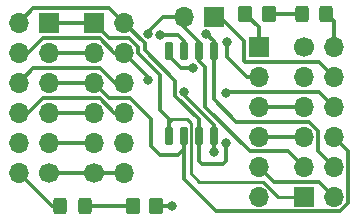
<source format=gtl>
G04 #@! TF.GenerationSoftware,KiCad,Pcbnew,8.0.9-8.0.9-0~ubuntu24.04.1*
G04 #@! TF.CreationDate,2025-04-27T15:56:27+09:30*
G04 #@! TF.ProjectId,qspi-pmod-adapter,71737069-2d70-46d6-9f64-2d6164617074,rev?*
G04 #@! TF.SameCoordinates,Original*
G04 #@! TF.FileFunction,Copper,L1,Top*
G04 #@! TF.FilePolarity,Positive*
%FSLAX46Y46*%
G04 Gerber Fmt 4.6, Leading zero omitted, Abs format (unit mm)*
G04 Created by KiCad (PCBNEW 8.0.9-8.0.9-0~ubuntu24.04.1) date 2025-04-27 15:56:27*
%MOMM*%
%LPD*%
G01*
G04 APERTURE LIST*
G04 Aperture macros list*
%AMRoundRect*
0 Rectangle with rounded corners*
0 $1 Rounding radius*
0 $2 $3 $4 $5 $6 $7 $8 $9 X,Y pos of 4 corners*
0 Add a 4 corners polygon primitive as box body*
4,1,4,$2,$3,$4,$5,$6,$7,$8,$9,$2,$3,0*
0 Add four circle primitives for the rounded corners*
1,1,$1+$1,$2,$3*
1,1,$1+$1,$4,$5*
1,1,$1+$1,$6,$7*
1,1,$1+$1,$8,$9*
0 Add four rect primitives between the rounded corners*
20,1,$1+$1,$2,$3,$4,$5,0*
20,1,$1+$1,$4,$5,$6,$7,0*
20,1,$1+$1,$6,$7,$8,$9,0*
20,1,$1+$1,$8,$9,$2,$3,0*%
G04 Aperture macros list end*
G04 #@! TA.AperFunction,ComponentPad*
%ADD10O,1.700000X1.700000*%
G04 #@! TD*
G04 #@! TA.AperFunction,ComponentPad*
%ADD11C,1.700000*%
G04 #@! TD*
G04 #@! TA.AperFunction,ComponentPad*
%ADD12R,1.700000X1.700000*%
G04 #@! TD*
G04 #@! TA.AperFunction,SMDPad,CuDef*
%ADD13RoundRect,0.250000X-0.350000X-0.450000X0.350000X-0.450000X0.350000X0.450000X-0.350000X0.450000X0*%
G04 #@! TD*
G04 #@! TA.AperFunction,SMDPad,CuDef*
%ADD14RoundRect,0.250000X0.350000X0.450000X-0.350000X0.450000X-0.350000X-0.450000X0.350000X-0.450000X0*%
G04 #@! TD*
G04 #@! TA.AperFunction,SMDPad,CuDef*
%ADD15RoundRect,0.250000X0.325000X0.450000X-0.325000X0.450000X-0.325000X-0.450000X0.325000X-0.450000X0*%
G04 #@! TD*
G04 #@! TA.AperFunction,SMDPad,CuDef*
%ADD16RoundRect,0.250000X-0.325000X-0.450000X0.325000X-0.450000X0.325000X0.450000X-0.325000X0.450000X0*%
G04 #@! TD*
G04 #@! TA.AperFunction,SMDPad,CuDef*
%ADD17RoundRect,0.150000X0.150000X-0.650000X0.150000X0.650000X-0.150000X0.650000X-0.150000X-0.650000X0*%
G04 #@! TD*
G04 #@! TA.AperFunction,ViaPad*
%ADD18C,0.800000*%
G04 #@! TD*
G04 #@! TA.AperFunction,Conductor*
%ADD19C,0.350000*%
G04 #@! TD*
G04 #@! TA.AperFunction,Conductor*
%ADD20C,0.250000*%
G04 #@! TD*
G04 APERTURE END LIST*
D10*
X110490000Y-83058000D03*
X110490000Y-80518000D03*
X110490000Y-77978000D03*
X110490000Y-75438000D03*
X110490000Y-72898000D03*
X110490000Y-70358000D03*
D11*
X107950000Y-83058000D03*
D10*
X107950000Y-80518000D03*
X107950000Y-77978000D03*
X107950000Y-75438000D03*
X107950000Y-72898000D03*
D12*
X107950000Y-70358000D03*
D13*
X111268000Y-85852000D03*
X113268000Y-85852000D03*
D14*
X122793000Y-69596000D03*
X120793000Y-69596000D03*
D10*
X115570000Y-69850000D03*
D12*
X118110000Y-69850000D03*
X121920000Y-72390000D03*
D10*
X121920000Y-74930000D03*
X121920000Y-77470000D03*
X121920000Y-80010000D03*
X121920000Y-82550000D03*
X121920000Y-85090000D03*
X128270000Y-72390000D03*
X128270000Y-74930000D03*
X128270000Y-77470000D03*
X128270000Y-80010000D03*
X128270000Y-82550000D03*
X128270000Y-85090000D03*
D11*
X125730000Y-72390000D03*
D10*
X125730000Y-74930000D03*
X125730000Y-77470000D03*
X125730000Y-80010000D03*
X125730000Y-82550000D03*
D12*
X125730000Y-85090000D03*
D15*
X107197000Y-85852000D03*
X105147000Y-85852000D03*
D16*
X125594000Y-69596000D03*
X127644000Y-69596000D03*
D17*
X114300000Y-72752400D03*
X115570000Y-72752400D03*
X116840000Y-72752400D03*
X118110000Y-72752400D03*
X118110000Y-79952400D03*
X116840000Y-79952400D03*
X115570000Y-79952400D03*
X114300000Y-79952400D03*
D12*
X104140000Y-70358000D03*
D10*
X104140000Y-72898000D03*
X104140000Y-75438000D03*
X104140000Y-77978000D03*
X104140000Y-80518000D03*
D11*
X104140000Y-83058000D03*
D10*
X101600000Y-70358000D03*
X101600000Y-72898000D03*
X101600000Y-75438000D03*
X101600000Y-77978000D03*
X101600000Y-80518000D03*
X101600000Y-83058000D03*
D18*
X115625000Y-76200000D03*
X119253000Y-72000000D03*
X113561172Y-71374950D03*
X112522000Y-75184000D03*
X118110000Y-81280000D03*
X119126000Y-80518000D03*
X119126000Y-76286992D03*
X117470972Y-71300000D03*
X112562008Y-71333992D03*
X116332000Y-74168000D03*
X114554000Y-85852000D03*
D19*
X107950000Y-70358000D02*
X109220000Y-71628000D01*
X109220000Y-71628000D02*
X110952412Y-71628000D01*
X110952412Y-71628000D02*
X111715000Y-72390588D01*
X114300000Y-78486000D02*
X114300000Y-79952400D01*
X111715000Y-72390588D02*
X111715000Y-72954600D01*
X111715000Y-72954600D02*
X113538000Y-74777600D01*
X113538000Y-74777600D02*
X113538000Y-77724000D01*
X113538000Y-77724000D02*
X114300000Y-78486000D01*
X107950000Y-75438000D02*
X109265000Y-76753000D01*
X115062000Y-81534000D02*
X115570000Y-81026000D01*
X109265000Y-76753000D02*
X110997412Y-76753000D01*
X110997412Y-76753000D02*
X112776000Y-78531588D01*
X113538000Y-81534000D02*
X115062000Y-81534000D01*
X112776000Y-78531588D02*
X112776000Y-80772000D01*
X112776000Y-80772000D02*
X113538000Y-81534000D01*
X115570000Y-81026000D02*
X115570000Y-79952400D01*
X113561172Y-71374950D02*
X115062950Y-71374950D01*
X115062950Y-71374950D02*
X115570000Y-71882000D01*
X115570000Y-71882000D02*
X115570000Y-72752400D01*
X115570000Y-69850000D02*
X115570000Y-70705691D01*
X115570000Y-70705691D02*
X116840000Y-71975691D01*
X116840000Y-71975691D02*
X116840000Y-72752400D01*
X125730000Y-82550000D02*
X124415000Y-81235000D01*
X124415000Y-81235000D02*
X121155000Y-81235000D01*
X121155000Y-81235000D02*
X117390000Y-77470000D01*
X117390000Y-77470000D02*
X117390000Y-74129984D01*
X117390000Y-74129984D02*
X116840000Y-73579984D01*
X116840000Y-73579984D02*
X116840000Y-72752400D01*
D20*
X125730000Y-85090000D02*
X123581701Y-85090000D01*
X123581701Y-85090000D02*
X122311701Y-83820000D01*
X122311701Y-83820000D02*
X116899000Y-83820000D01*
X116899000Y-83820000D02*
X116195000Y-83116000D01*
X116195000Y-83116000D02*
X116195000Y-78857000D01*
X116195000Y-78857000D02*
X115824000Y-78486000D01*
X115824000Y-78486000D02*
X114554000Y-78486000D01*
X114554000Y-78486000D02*
X114300000Y-78740000D01*
X114300000Y-78740000D02*
X114300000Y-79952400D01*
D19*
X115625000Y-76200000D02*
X115625000Y-76509000D01*
X115625000Y-76509000D02*
X118110000Y-78994000D01*
X118110000Y-78994000D02*
X118110000Y-79952400D01*
X119253000Y-72000000D02*
X119253000Y-73279000D01*
X119253000Y-73279000D02*
X120904000Y-74930000D01*
X120904000Y-74930000D02*
X121920000Y-74930000D01*
X110490000Y-70358000D02*
X112265000Y-72133000D01*
X112265000Y-72133000D02*
X112265000Y-72726782D01*
X112265000Y-72726782D02*
X114850000Y-75311782D01*
X114850000Y-75311782D02*
X114850000Y-76569493D01*
X128777412Y-86315000D02*
X129495000Y-85597412D01*
X115570000Y-83566000D02*
X118319000Y-86315000D01*
X116840000Y-82042000D02*
X116840000Y-79952400D01*
X117094000Y-82296000D02*
X116840000Y-82042000D01*
X118872000Y-82296000D02*
X117094000Y-82296000D01*
X119126000Y-80518000D02*
X119126000Y-82042000D01*
X114850000Y-76569493D02*
X116840000Y-78559493D01*
X118110000Y-79952400D02*
X118110000Y-81280000D01*
X129495000Y-85597412D02*
X129495000Y-81235000D01*
X118110000Y-71939028D02*
X118110000Y-72752400D01*
X116840000Y-78559493D02*
X116840000Y-79952400D01*
X114300000Y-73152000D02*
X114300000Y-72752400D01*
X115316000Y-74168000D02*
X114300000Y-73152000D01*
X129495000Y-81235000D02*
X128270000Y-80010000D01*
X115570000Y-79952400D02*
X115570000Y-83566000D01*
X116332000Y-74168000D02*
X115316000Y-74168000D01*
X119126000Y-82042000D02*
X118872000Y-82296000D01*
X117470972Y-71300000D02*
X118110000Y-71939028D01*
X118319000Y-86315000D02*
X128777412Y-86315000D01*
X127000000Y-76200000D02*
X128270000Y-77470000D01*
X119126000Y-76286992D02*
X119212992Y-76200000D01*
X119212992Y-76200000D02*
X127000000Y-76200000D01*
X118110000Y-69850000D02*
X118618000Y-69850000D01*
X120695000Y-71927000D02*
X120695000Y-73615000D01*
X118618000Y-69850000D02*
X120695000Y-71927000D01*
X120695000Y-73615000D02*
X120785000Y-73705000D01*
X120785000Y-73705000D02*
X127045000Y-73705000D01*
X127045000Y-73705000D02*
X128270000Y-74930000D01*
X112562008Y-71333992D02*
X112562008Y-71145992D01*
X112562008Y-71145992D02*
X113858000Y-69850000D01*
X113858000Y-69850000D02*
X115570000Y-69850000D01*
X125594000Y-69596000D02*
X122793000Y-69596000D01*
X120793000Y-69596000D02*
X121920000Y-70723000D01*
X121920000Y-70723000D02*
X121920000Y-72390000D01*
X127644000Y-69596000D02*
X128270000Y-70222000D01*
X128270000Y-70222000D02*
X128270000Y-72390000D01*
X111268000Y-85852000D02*
X107197000Y-85852000D01*
X105147000Y-85852000D02*
X104394000Y-85852000D01*
X104394000Y-85852000D02*
X101600000Y-83058000D01*
X113268000Y-85852000D02*
X114554000Y-85852000D01*
X112522000Y-75184000D02*
X112522000Y-74930000D01*
X112522000Y-74930000D02*
X110490000Y-72898000D01*
X121920000Y-82550000D02*
X123235000Y-83865000D01*
X123235000Y-83865000D02*
X127045000Y-83865000D01*
X127045000Y-83865000D02*
X128270000Y-85090000D01*
X121920000Y-77470000D02*
X125730000Y-77470000D01*
X121920000Y-80010000D02*
X125730000Y-80010000D01*
X101600000Y-72898000D02*
X102407588Y-72898000D01*
X102407588Y-72898000D02*
X103632588Y-71673000D01*
X103632588Y-71673000D02*
X108487182Y-71673000D01*
X108487182Y-71673000D02*
X109712182Y-72898000D01*
X109712182Y-72898000D02*
X110490000Y-72898000D01*
X101600000Y-77978000D02*
X102407588Y-77978000D01*
X102407588Y-77978000D02*
X103632588Y-76753000D01*
X103632588Y-76753000D02*
X108457412Y-76753000D01*
X108457412Y-76753000D02*
X109682412Y-77978000D01*
X109682412Y-77978000D02*
X110490000Y-77978000D01*
X101600000Y-75438000D02*
X102825000Y-74213000D01*
X102825000Y-74213000D02*
X108503000Y-74213000D01*
X108503000Y-74213000D02*
X109728000Y-75438000D01*
X109728000Y-75438000D02*
X110490000Y-75438000D01*
X104140000Y-80518000D02*
X107950000Y-80518000D01*
X104140000Y-77978000D02*
X107950000Y-77978000D01*
X104140000Y-75438000D02*
X107950000Y-75438000D01*
X104140000Y-72898000D02*
X107950000Y-72898000D01*
X104140000Y-70358000D02*
X107950000Y-70358000D01*
X101600000Y-70358000D02*
X102825000Y-69133000D01*
X102825000Y-69133000D02*
X109265000Y-69133000D01*
X109265000Y-69133000D02*
X110490000Y-70358000D01*
X104140000Y-83058000D02*
X110490000Y-83058000D01*
X128270000Y-82550000D02*
X126955000Y-81235000D01*
X126955000Y-81235000D02*
X126955000Y-79502588D01*
X126955000Y-79502588D02*
X126192412Y-78740000D01*
X126192412Y-78740000D02*
X120015000Y-78740000D01*
X120015000Y-78740000D02*
X118110000Y-76835000D01*
X118110000Y-76835000D02*
X118110000Y-72752400D01*
M02*

</source>
